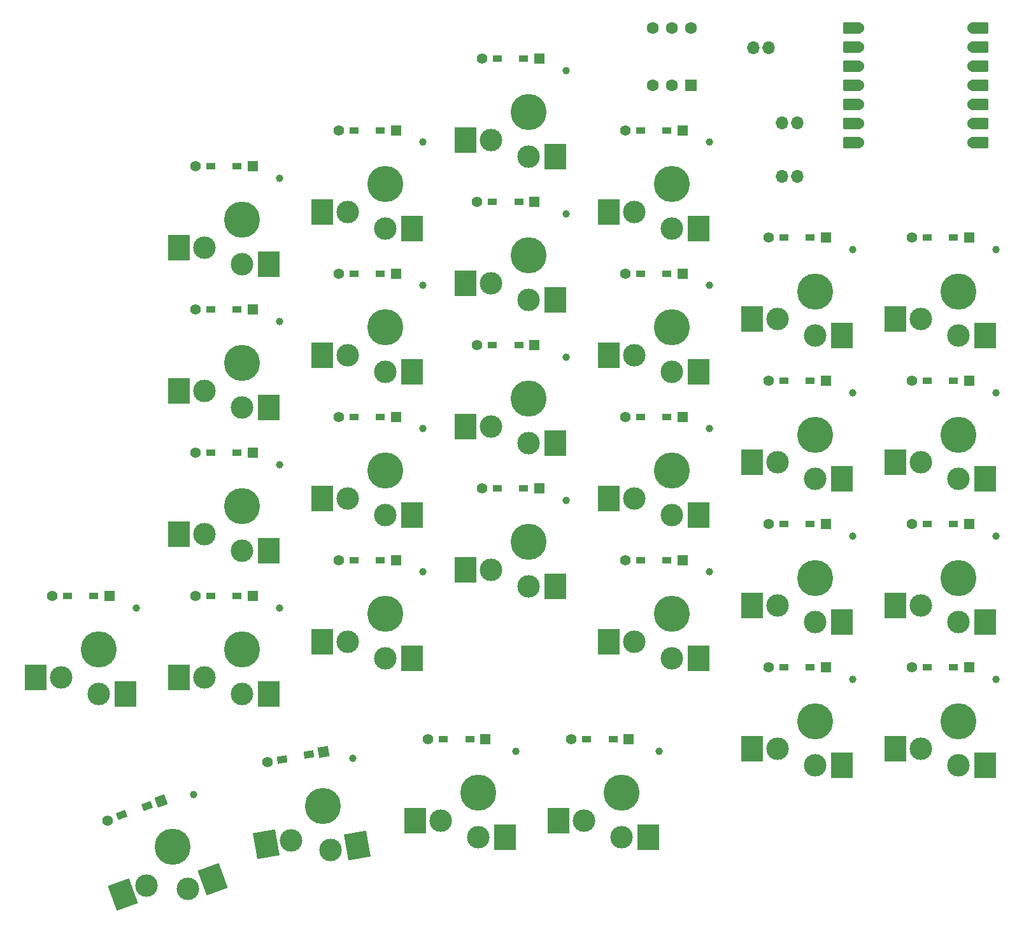
<source format=gbr>
G04 #@! TF.GenerationSoftware,KiCad,Pcbnew,9.0.6*
G04 #@! TF.CreationDate,2025-12-07T22:08:42+09:00*
G04 #@! TF.ProjectId,tarakkie_v1_light,74617261-6b6b-4696-955f-76315f6c6967,rev?*
G04 #@! TF.SameCoordinates,Original*
G04 #@! TF.FileFunction,Soldermask,Bot*
G04 #@! TF.FilePolarity,Negative*
%FSLAX46Y46*%
G04 Gerber Fmt 4.6, Leading zero omitted, Abs format (unit mm)*
G04 Created by KiCad (PCBNEW 9.0.6) date 2025-12-07 22:08:42*
%MOMM*%
%LPD*%
G01*
G04 APERTURE LIST*
G04 Aperture macros list*
%AMRoundRect*
0 Rectangle with rounded corners*
0 $1 Rounding radius*
0 $2 $3 $4 $5 $6 $7 $8 $9 X,Y pos of 4 corners*
0 Add a 4 corners polygon primitive as box body*
4,1,4,$2,$3,$4,$5,$6,$7,$8,$9,$2,$3,0*
0 Add four circle primitives for the rounded corners*
1,1,$1+$1,$2,$3*
1,1,$1+$1,$4,$5*
1,1,$1+$1,$6,$7*
1,1,$1+$1,$8,$9*
0 Add four rect primitives between the rounded corners*
20,1,$1+$1,$2,$3,$4,$5,0*
20,1,$1+$1,$4,$5,$6,$7,0*
20,1,$1+$1,$6,$7,$8,$9,0*
20,1,$1+$1,$8,$9,$2,$3,0*%
%AMRotRect*
0 Rectangle, with rotation*
0 The origin of the aperture is its center*
0 $1 length*
0 $2 width*
0 $3 Rotation angle, in degrees counterclockwise*
0 Add horizontal line*
21,1,$1,$2,0,0,$3*%
G04 Aperture macros list end*
%ADD10C,3.000000*%
%ADD11C,4.800000*%
%ADD12C,1.000000*%
%ADD13R,3.000000X3.500000*%
%ADD14R,1.397000X1.397000*%
%ADD15R,1.300000X0.950000*%
%ADD16C,1.397000*%
%ADD17RotRect,1.397000X1.397000X190.000000*%
%ADD18RotRect,1.300000X0.950000X190.000000*%
%ADD19RotRect,1.397000X1.397000X200.000000*%
%ADD20RotRect,1.300000X0.950000X200.000000*%
%ADD21RotRect,3.000000X3.500000X190.000000*%
%ADD22RotRect,3.000000X3.500000X200.000000*%
%ADD23O,1.700000X1.700000*%
%ADD24C,1.524000*%
%ADD25RoundRect,0.152400X-1.063600X-0.609600X1.063600X-0.609600X1.063600X0.609600X-1.063600X0.609600X0*%
%ADD26RoundRect,0.152400X1.063600X0.609600X-1.063600X0.609600X-1.063600X-0.609600X1.063600X-0.609600X0*%
%ADD27RoundRect,0.250000X0.550000X-0.550000X0.550000X0.550000X-0.550000X0.550000X-0.550000X-0.550000X0*%
%ADD28C,1.600000*%
G04 APERTURE END LIST*
D10*
X147400000Y-113237500D03*
D11*
X152400000Y-109537500D03*
D10*
X152400000Y-115437500D03*
D12*
X157400000Y-103987500D03*
D13*
X144050000Y-113237500D03*
X155950000Y-115437500D03*
D14*
X96678750Y-107156250D03*
D15*
X94643750Y-107156250D03*
X91093750Y-107156250D03*
D16*
X89058750Y-107156250D03*
D14*
X153828750Y-102393750D03*
D15*
X151793750Y-102393750D03*
X148243750Y-102393750D03*
D16*
X146208750Y-102393750D03*
D10*
X128350000Y-98950000D03*
D11*
X133350000Y-95250000D03*
D10*
X133350000Y-101150000D03*
D12*
X138350000Y-89700000D03*
D13*
X125000000Y-98950000D03*
X136900000Y-101150000D03*
D10*
X109300000Y-108475000D03*
D11*
X114300000Y-104775000D03*
D10*
X114300000Y-110675000D03*
D12*
X119300000Y-99225000D03*
D13*
X105950000Y-108475000D03*
X117850000Y-110675000D03*
D14*
X153828750Y-121443750D03*
D15*
X151793750Y-121443750D03*
X148243750Y-121443750D03*
D16*
X146208750Y-121443750D03*
D14*
X96678750Y-88106250D03*
D15*
X94643750Y-88106250D03*
X91093750Y-88106250D03*
D16*
X89058750Y-88106250D03*
D14*
X96678750Y-69056250D03*
D15*
X94643750Y-69056250D03*
X91093750Y-69056250D03*
D16*
X89058750Y-69056250D03*
D14*
X127635000Y-130968750D03*
D15*
X125600000Y-130968750D03*
X122050000Y-130968750D03*
D16*
X120015000Y-130968750D03*
D10*
X90250000Y-118000000D03*
D11*
X95250000Y-114300000D03*
D10*
X95250000Y-120200000D03*
D12*
X100250000Y-108750000D03*
D13*
X86900000Y-118000000D03*
X98800000Y-120200000D03*
D14*
X77628750Y-111918750D03*
D15*
X75593750Y-111918750D03*
X72043750Y-111918750D03*
D16*
X70008750Y-111918750D03*
D14*
X172878750Y-83343750D03*
D15*
X170843750Y-83343750D03*
X167293750Y-83343750D03*
D16*
X165258750Y-83343750D03*
D10*
X52150000Y-122762500D03*
D11*
X57150000Y-119062500D03*
D10*
X57150000Y-124962500D03*
D12*
X62150000Y-113512500D03*
D13*
X48800000Y-122762500D03*
X60700000Y-124962500D03*
D10*
X102632500Y-141812500D03*
D11*
X107632500Y-138112500D03*
D10*
X107632500Y-144012500D03*
D12*
X112632500Y-132562500D03*
D13*
X99282500Y-141812500D03*
X111182500Y-144012500D03*
D10*
X121682500Y-141812500D03*
D11*
X126682500Y-138112500D03*
D10*
X126682500Y-144012500D03*
D12*
X131682500Y-132562500D03*
D13*
X118332500Y-141812500D03*
X130232500Y-144012500D03*
D14*
X134778750Y-50006250D03*
D15*
X132743750Y-50006250D03*
X129193750Y-50006250D03*
D16*
X127158750Y-50006250D03*
D14*
X172878750Y-64293750D03*
D15*
X170843750Y-64293750D03*
X167293750Y-64293750D03*
D16*
X165258750Y-64293750D03*
D14*
X134778750Y-69056250D03*
D15*
X132743750Y-69056250D03*
X129193750Y-69056250D03*
D16*
X127158750Y-69056250D03*
D10*
X71200000Y-65612500D03*
D11*
X76200000Y-61912500D03*
D10*
X76200000Y-67812500D03*
D12*
X81200000Y-56362500D03*
D13*
X67850000Y-65612500D03*
X79750000Y-67812500D03*
D10*
X71200000Y-122762500D03*
D11*
X76200000Y-119062500D03*
D10*
X76200000Y-124962500D03*
D12*
X81200000Y-113512500D03*
D13*
X67850000Y-122762500D03*
X79750000Y-124962500D03*
D10*
X90250000Y-98950000D03*
D11*
X95250000Y-95250000D03*
D10*
X95250000Y-101150000D03*
D12*
X100250000Y-89700000D03*
D13*
X86900000Y-98950000D03*
X98800000Y-101150000D03*
D14*
X108585000Y-130968750D03*
D15*
X106550000Y-130968750D03*
X103000000Y-130968750D03*
D16*
X100965000Y-130968750D03*
D17*
X87095870Y-132688400D03*
D18*
X85091784Y-133041774D03*
X81595716Y-133658226D03*
D16*
X79591630Y-134011600D03*
D14*
X134778750Y-88106250D03*
D15*
X132743750Y-88106250D03*
X129193750Y-88106250D03*
D16*
X127158750Y-88106250D03*
D14*
X58578750Y-111918750D03*
D15*
X56543750Y-111918750D03*
X52993750Y-111918750D03*
D16*
X50958750Y-111918750D03*
D14*
X77628750Y-92868750D03*
D15*
X75593750Y-92868750D03*
X72043750Y-92868750D03*
D16*
X70008750Y-92868750D03*
D14*
X77628750Y-54768750D03*
D15*
X75593750Y-54768750D03*
X72043750Y-54768750D03*
D16*
X70008750Y-54768750D03*
D10*
X166450000Y-132287500D03*
D11*
X171450000Y-128587500D03*
D10*
X171450000Y-134487500D03*
D12*
X176450000Y-123037500D03*
D13*
X163100000Y-132287500D03*
X175000000Y-134487500D03*
D14*
X77628750Y-73818750D03*
D15*
X75593750Y-73818750D03*
X72043750Y-73818750D03*
D16*
X70008750Y-73818750D03*
D10*
X147400000Y-94187500D03*
D11*
X152400000Y-90487500D03*
D10*
X152400000Y-96387500D03*
D12*
X157400000Y-84937500D03*
D13*
X144050000Y-94187500D03*
X155950000Y-96387500D03*
D10*
X166450000Y-113237500D03*
D11*
X171450000Y-109537500D03*
D10*
X171450000Y-115437500D03*
D12*
X176450000Y-103987500D03*
D13*
X163100000Y-113237500D03*
X175000000Y-115437500D03*
D10*
X147400000Y-132287500D03*
D11*
X152400000Y-128587500D03*
D10*
X152400000Y-134487500D03*
D12*
X157400000Y-123037500D03*
D13*
X144050000Y-132287500D03*
X155950000Y-134487500D03*
D10*
X109300000Y-70375000D03*
D11*
X114300000Y-66675000D03*
D10*
X114300000Y-72575000D03*
D12*
X119300000Y-61125000D03*
D13*
X105950000Y-70375000D03*
X117850000Y-72575000D03*
D19*
X65492729Y-139190653D03*
D20*
X63580454Y-139886664D03*
X60244546Y-141100836D03*
D16*
X58332271Y-141796847D03*
D10*
X90250000Y-60850000D03*
D11*
X95250000Y-57150000D03*
D10*
X95250000Y-63050000D03*
D12*
X100250000Y-51600000D03*
D13*
X86900000Y-60850000D03*
X98800000Y-63050000D03*
D10*
X71200000Y-103712500D03*
D11*
X76200000Y-100012500D03*
D10*
X76200000Y-105912500D03*
D12*
X81200000Y-94462500D03*
D13*
X67850000Y-103712500D03*
X79750000Y-105912500D03*
D14*
X115728750Y-40481251D03*
D15*
X113693750Y-40481251D03*
X110143750Y-40481249D03*
D16*
X108108750Y-40481249D03*
D10*
X109300000Y-51325000D03*
D11*
X114300000Y-47625000D03*
D10*
X114300000Y-53525000D03*
D12*
X119300000Y-42075000D03*
D13*
X105950000Y-51325000D03*
X117850000Y-53525000D03*
D14*
X172878750Y-121443750D03*
D15*
X170843750Y-121443750D03*
X167293750Y-121443750D03*
D16*
X165258750Y-121443750D03*
D14*
X115122500Y-78581250D03*
D15*
X113087500Y-78581250D03*
X109537500Y-78581250D03*
D16*
X107502500Y-78581250D03*
D10*
X147400000Y-75137500D03*
D11*
X152400000Y-71437500D03*
D10*
X152400000Y-77337500D03*
D12*
X157400000Y-65887500D03*
D13*
X144050000Y-75137500D03*
X155950000Y-77337500D03*
D10*
X166450000Y-75137500D03*
D11*
X171450000Y-71437500D03*
D10*
X171450000Y-77337500D03*
D12*
X176450000Y-65887500D03*
D13*
X163100000Y-75137500D03*
X175000000Y-77337500D03*
D14*
X96678750Y-50006250D03*
D15*
X94643750Y-50006250D03*
X91093750Y-50006250D03*
D16*
X89058750Y-50006250D03*
D10*
X128350000Y-118000000D03*
D11*
X133350000Y-114300000D03*
D10*
X133350000Y-120200000D03*
D12*
X138350000Y-108750000D03*
D13*
X125000000Y-118000000D03*
X136900000Y-120200000D03*
D14*
X115122500Y-59531250D03*
D15*
X113087500Y-59531250D03*
X109537500Y-59531250D03*
D16*
X107502500Y-59531250D03*
D10*
X128350000Y-79900000D03*
D11*
X133350000Y-76200000D03*
D10*
X133350000Y-82100000D03*
D12*
X138350000Y-70650000D03*
D13*
X125000000Y-79900000D03*
X136900000Y-82100000D03*
D10*
X82718459Y-144412030D03*
D11*
X87000000Y-139900000D03*
D10*
X88024524Y-145710366D03*
D12*
X90960291Y-133566076D03*
D21*
X79419354Y-144993751D03*
X91520592Y-145093915D03*
D14*
X153828750Y-64293750D03*
D15*
X151793750Y-64293750D03*
X148243750Y-64293750D03*
D16*
X146208750Y-64293750D03*
D10*
X166450000Y-94187500D03*
D11*
X171450000Y-90487500D03*
D10*
X171450000Y-96387500D03*
D12*
X176450000Y-84937500D03*
D13*
X163100000Y-94187500D03*
X175000000Y-96387500D03*
D10*
X71200000Y-84662500D03*
D11*
X76200000Y-80962500D03*
D10*
X76200000Y-86862500D03*
D12*
X81200000Y-75412500D03*
D13*
X67850000Y-84662500D03*
X79750000Y-86862500D03*
D10*
X109300000Y-89425000D03*
D11*
X114300000Y-85725000D03*
D10*
X114300000Y-91625000D03*
D12*
X119300000Y-80175000D03*
D13*
X105950000Y-89425000D03*
X117850000Y-91625000D03*
D10*
X128350000Y-60850000D03*
D11*
X133350000Y-57150000D03*
D10*
X133350000Y-63050000D03*
D12*
X138350000Y-51600000D03*
D13*
X125000000Y-60850000D03*
X136900000Y-63050000D03*
D10*
X63567011Y-150486962D03*
D11*
X67000000Y-145300000D03*
D10*
X69017919Y-150844186D03*
D12*
X69800251Y-138374605D03*
D22*
X60419041Y-151632731D03*
X72353828Y-149630015D03*
D10*
X90250000Y-79900000D03*
D11*
X95250000Y-76200000D03*
D10*
X95250000Y-82100000D03*
D12*
X100250000Y-70650000D03*
D13*
X86900000Y-79900000D03*
X98800000Y-82100000D03*
D14*
X115728750Y-97631250D03*
D15*
X113693750Y-97631250D03*
X110143750Y-97631250D03*
D16*
X108108750Y-97631250D03*
D14*
X153828750Y-83343750D03*
D15*
X151793750Y-83343750D03*
X148243750Y-83343750D03*
D16*
X146208750Y-83343750D03*
D14*
X134778750Y-107156250D03*
D15*
X132743750Y-107156250D03*
X129193750Y-107156250D03*
D16*
X127158750Y-107156250D03*
D14*
X172878750Y-102393750D03*
D15*
X170843750Y-102393750D03*
X167293750Y-102393750D03*
D16*
X165258750Y-102393750D03*
D23*
X146256250Y-39060000D03*
X144256250Y-39060000D03*
X150018750Y-56172500D03*
X148018750Y-56172500D03*
D24*
X173400000Y-36380000D03*
D25*
X174235000Y-36380000D03*
D24*
X173400000Y-38920000D03*
D25*
X174235000Y-38920000D03*
D24*
X173400000Y-41460000D03*
D25*
X174235000Y-41460000D03*
D24*
X173400000Y-44000000D03*
D25*
X174235000Y-44000000D03*
D24*
X173400000Y-46540000D03*
D25*
X174235000Y-46540000D03*
D24*
X173400000Y-49080000D03*
D25*
X174235000Y-49080000D03*
D24*
X173400000Y-51620000D03*
D25*
X174235000Y-51620000D03*
D26*
X157325000Y-51620000D03*
D24*
X158160000Y-51620000D03*
D26*
X157325000Y-49080000D03*
D24*
X158160000Y-49080000D03*
D26*
X157325000Y-46540000D03*
D24*
X158160000Y-46540000D03*
D26*
X157325000Y-44000000D03*
D24*
X158160000Y-44000000D03*
D26*
X157325000Y-41460000D03*
D24*
X158160000Y-41460000D03*
D26*
X157325000Y-38920000D03*
D24*
X158160000Y-38920000D03*
D26*
X157325000Y-36380000D03*
D24*
X158160000Y-36380000D03*
D27*
X135890000Y-44060000D03*
D28*
X133350000Y-44060000D03*
X130810000Y-44060000D03*
X130810000Y-36440000D03*
X133350000Y-36440000D03*
X135890000Y-36440000D03*
D23*
X150018750Y-49028750D03*
X148018750Y-49028750D03*
M02*

</source>
